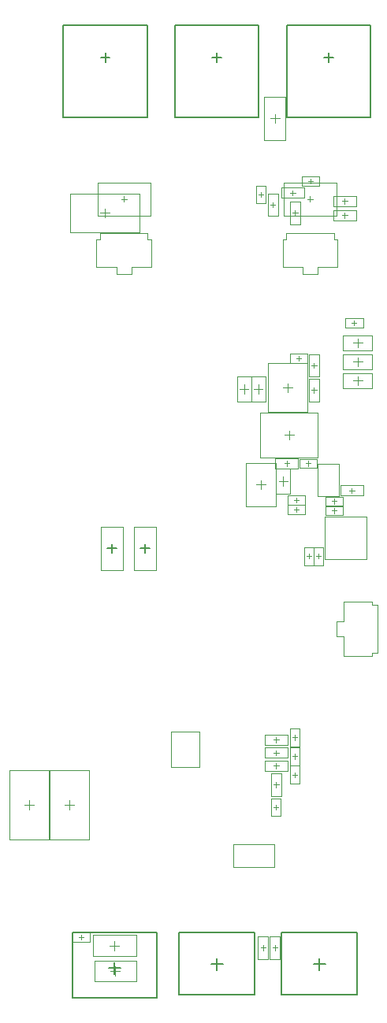
<source format=gbr>
G04*
G04 #@! TF.GenerationSoftware,Altium Limited,Altium Designer,22.4.2 (48)*
G04*
G04 Layer_Color=32768*
%FSLAX25Y25*%
%MOIN*%
G70*
G04*
G04 #@! TF.SameCoordinates,F1429C7B-AB02-4E32-93F6-432C4BA2DB55*
G04*
G04*
G04 #@! TF.FilePolarity,Positive*
G04*
G01*
G75*
%ADD10C,0.00787*%
%ADD160C,0.00394*%
%ADD165C,0.00197*%
D10*
X67532Y186000D02*
X71469D01*
X69500Y184031D02*
Y187969D01*
X140807Y10067D02*
X145807D01*
X143307Y7567D02*
Y12567D01*
X159244Y-2933D02*
Y23567D01*
X127307Y-2933D02*
X159244D01*
X127370D02*
Y23567D01*
X127307D02*
X159244D01*
X82284Y368504D02*
Y407480D01*
X117717D01*
Y368504D02*
Y407480D01*
X82284Y368504D02*
X117717D01*
X98032Y393701D02*
X101969D01*
X100000Y391732D02*
Y395669D01*
X56693Y5965D02*
Y10965D01*
X54193Y8465D02*
X59193D01*
X38976Y-4134D02*
Y23425D01*
X74410D01*
Y-4134D02*
Y23425D01*
X38976Y-4134D02*
X74410D01*
X53531Y186000D02*
X57468D01*
X55500Y184031D02*
Y187969D01*
X35039Y368504D02*
Y407480D01*
X70473D01*
Y368504D02*
Y407480D01*
X35039Y368504D02*
X70473D01*
X50787Y393701D02*
X54724D01*
X52756Y391732D02*
Y395669D01*
X129527Y368504D02*
Y407480D01*
X164961D01*
Y368504D02*
Y407480D01*
X129527Y368504D02*
X164961D01*
X145276Y393701D02*
X149213D01*
X147244Y391732D02*
Y395669D01*
X97500Y10067D02*
X102500D01*
X100000Y7567D02*
Y12567D01*
X115937Y-2933D02*
Y23567D01*
X84000Y-2933D02*
X115937D01*
X84063D02*
Y23567D01*
X84000D02*
X115937D01*
D160*
X126130Y214500D02*
X129870D01*
X128000Y212630D02*
Y216370D01*
X128532Y234000D02*
X132468D01*
X130500Y232031D02*
Y235968D01*
X128032Y254000D02*
X131968D01*
X130000Y252031D02*
Y255968D01*
X55032Y7283D02*
X58969D01*
X57000Y5315D02*
Y9252D01*
X35531Y77500D02*
X39469D01*
X37500Y75532D02*
Y79469D01*
X159500Y255031D02*
Y258968D01*
X157531Y257000D02*
X161469D01*
X116532Y213000D02*
X120468D01*
X118500Y211032D02*
Y214968D01*
X54724Y17857D02*
X58661D01*
X56693Y15889D02*
Y19826D01*
X117500Y251630D02*
Y255370D01*
X115630Y253500D02*
X119370D01*
X156976Y281500D02*
X159024D01*
X158000Y280476D02*
Y282524D01*
X139370Y332677D02*
Y335039D01*
X138189Y333858D02*
X140551D01*
X124500Y366032D02*
Y369969D01*
X122531Y368000D02*
X126469D01*
X138476Y341500D02*
X140524D01*
X139500Y340476D02*
Y342524D01*
X41476Y21500D02*
X43524D01*
X42500Y20476D02*
Y22524D01*
X123976Y76500D02*
X126024D01*
X125000Y75476D02*
Y77524D01*
X131976Y98000D02*
X134024D01*
X133000Y96976D02*
Y99024D01*
X131976Y106000D02*
X134024D01*
X133000Y104976D02*
Y107024D01*
X131976Y90268D02*
X134024D01*
X133000Y89244D02*
Y91291D01*
X117480Y335827D02*
X119528D01*
X118504Y334803D02*
Y336850D01*
X141976Y182732D02*
X144024D01*
X143000Y181709D02*
Y183756D01*
X137976Y182732D02*
X140024D01*
X139000Y181709D02*
Y183756D01*
X148476Y202000D02*
X150524D01*
X149500Y200976D02*
Y203024D01*
Y204976D02*
Y207024D01*
X148476Y206000D02*
X150524D01*
X111500Y251630D02*
Y255370D01*
X109630Y253500D02*
X113370D01*
X134500Y265476D02*
Y267524D01*
X133476Y266500D02*
X135524D01*
X50532Y328000D02*
X54469D01*
X52500Y326031D02*
Y329969D01*
X20500Y75532D02*
Y79469D01*
X18531Y77500D02*
X22468D01*
X130835Y332823D02*
X135165D01*
X130835Y323177D02*
X135165D01*
X130835D02*
Y332823D01*
X135165Y323177D02*
Y332823D01*
X133000Y326917D02*
Y329083D01*
X131917Y328000D02*
X134083D01*
X132000Y335417D02*
Y337583D01*
X130917Y336500D02*
X133083D01*
X127177Y338665D02*
X136823D01*
X127177Y334335D02*
X136823D01*
Y338665D01*
X127177Y334335D02*
Y338665D01*
X158823Y330835D02*
Y335165D01*
X149177Y330835D02*
Y335165D01*
X158823D01*
X149177Y330835D02*
X158823D01*
X152917Y333000D02*
X155083D01*
X154000Y331917D02*
Y334083D01*
Y325917D02*
Y328083D01*
X152917Y327000D02*
X155083D01*
X149177Y324835D02*
X158823D01*
X149177Y329165D02*
X158823D01*
X149177Y324835D02*
Y329165D01*
X158823Y324835D02*
Y329165D01*
X123917Y86000D02*
X126083D01*
X125000Y84917D02*
Y87083D01*
X127165Y81177D02*
Y90823D01*
X122835Y81177D02*
Y90823D01*
Y81177D02*
X127165D01*
X122835Y90823D02*
X127165D01*
X120177Y97335D02*
Y101665D01*
X129823Y97335D02*
Y101665D01*
X120177Y97335D02*
X129823D01*
X120177Y101665D02*
X129823D01*
X123917Y99500D02*
X126083D01*
X125000Y98417D02*
Y100583D01*
X120177Y102835D02*
Y107165D01*
X129823Y102835D02*
Y107165D01*
X120177Y102835D02*
X129823D01*
X120177Y107165D02*
X129823D01*
X123917Y105000D02*
X126083D01*
X125000Y103917D02*
Y106083D01*
X120177Y91835D02*
Y96165D01*
X129823Y91835D02*
Y96165D01*
X120177Y91835D02*
X129823D01*
X120177Y96165D02*
X129823D01*
X123917Y94000D02*
X126083D01*
X125000Y92917D02*
Y95083D01*
X121457Y336319D02*
X125787D01*
X121457Y326673D02*
X125787D01*
X121457D02*
Y336319D01*
X125787Y326673D02*
Y336319D01*
X123622Y330413D02*
Y332579D01*
X122539Y331496D02*
X124705D01*
X117335Y12177D02*
X121665D01*
X117335Y21823D02*
X121665D01*
Y12177D02*
Y21823D01*
X117335Y12177D02*
Y21823D01*
X119500Y15917D02*
Y18083D01*
X118417Y17000D02*
X120583D01*
X122335Y12177D02*
X126665D01*
X122335Y21823D02*
X126665D01*
Y12177D02*
Y21823D01*
X122335Y12177D02*
Y21823D01*
X124500Y15917D02*
Y18083D01*
X123417Y17000D02*
X125583D01*
X138835Y257823D02*
X143165D01*
X138835Y248177D02*
X143165D01*
X138835D02*
Y257823D01*
X143165Y248177D02*
Y257823D01*
X141000Y251917D02*
Y254083D01*
X139917Y253000D02*
X142083D01*
X139917Y263500D02*
X142083D01*
X141000Y262417D02*
Y264583D01*
X143165Y258677D02*
Y268323D01*
X138835Y258677D02*
Y268323D01*
Y258677D02*
X143165D01*
X138835Y268323D02*
X143165D01*
X134323Y219835D02*
Y224165D01*
X124677Y219835D02*
Y224165D01*
X134323D01*
X124677Y219835D02*
X134323D01*
X128417Y222000D02*
X130583D01*
X129500Y220917D02*
Y223083D01*
X60630Y332677D02*
Y335039D01*
X59449Y333858D02*
X61811D01*
X138500Y220976D02*
Y223024D01*
X137476Y222000D02*
X139524D01*
X133500Y205476D02*
Y207524D01*
X132476Y206500D02*
X134524D01*
X133500Y201476D02*
Y203524D01*
X132476Y202500D02*
X134524D01*
X161823Y208335D02*
Y212665D01*
X152177Y208335D02*
Y212665D01*
X161823D01*
X152177Y208335D02*
X161823D01*
X155917Y210500D02*
X158083D01*
X157000Y209417D02*
Y211583D01*
X159500Y263032D02*
Y266968D01*
X157531Y265000D02*
X161469D01*
X159500Y271031D02*
Y274969D01*
X157531Y273000D02*
X161469D01*
D165*
X125047Y209185D02*
Y219815D01*
X130953Y209185D02*
Y219815D01*
X125047D02*
X130953D01*
X125047Y209185D02*
X130953D01*
X142606Y224551D02*
Y243449D01*
X118394Y224551D02*
Y243449D01*
X142606D01*
X118394Y224551D02*
X142606D01*
X138366Y243665D02*
Y264335D01*
X121634Y243665D02*
Y264335D01*
X138366D01*
X121634Y243665D02*
X138366D01*
X153595Y140386D02*
Y148850D01*
X150642D02*
X153595D01*
X150642D02*
Y155150D01*
X153595D01*
Y163614D01*
X165405D01*
Y162039D02*
Y163614D01*
Y162039D02*
X167965D01*
Y141961D02*
Y162039D01*
X165405Y141961D02*
X167965D01*
X165405Y140386D02*
Y141961D01*
X153595Y140386D02*
X165405D01*
X124221Y51079D02*
Y60921D01*
X106780Y51079D02*
Y60921D01*
X124221D01*
X106780Y51079D02*
X124221D01*
X64776Y176945D02*
X74224D01*
X64776Y195055D02*
X74224D01*
Y176945D02*
Y195055D01*
X64776Y176945D02*
Y195055D01*
X48142Y2953D02*
Y11614D01*
X65858Y2953D02*
Y11614D01*
X48142Y2953D02*
X65858D01*
X48142Y11614D02*
X65858D01*
X92465Y93461D02*
Y108539D01*
X80535Y93461D02*
Y108539D01*
Y93461D02*
X92465D01*
X80535Y108539D02*
X92465D01*
X145642Y181642D02*
X163358D01*
X145642D02*
Y199358D01*
X163358D01*
Y181642D02*
Y199358D01*
X45768Y62933D02*
Y92067D01*
X29232D02*
X45768D01*
X29232Y62933D02*
X45768D01*
X29232D02*
Y92067D01*
X153398Y260248D02*
X165602D01*
X153398Y253752D02*
X165602D01*
Y260248D01*
X153398Y253752D02*
Y260248D01*
X112201Y203945D02*
Y222055D01*
X124799Y203945D02*
Y222055D01*
X112201D02*
X124799D01*
X112201Y203945D02*
X124799D01*
X47441Y13330D02*
Y22385D01*
X65945Y13330D02*
Y22385D01*
X47441Y13330D02*
X65945D01*
X47441Y22385D02*
X65945D01*
X114547Y258815D02*
X120453D01*
X114547Y248185D02*
X120453D01*
X114547D02*
Y258815D01*
X120453Y248185D02*
Y258815D01*
X161740Y279532D02*
Y283469D01*
X154260Y279532D02*
Y283469D01*
X161740D01*
X154260Y279532D02*
X161740D01*
X128248Y326772D02*
X150492D01*
X128248D02*
Y340945D01*
X150492D01*
Y326772D02*
Y340945D01*
X142441Y208276D02*
Y221724D01*
X151559Y208276D02*
Y221724D01*
X142441Y208276D02*
X151559D01*
X142441Y221724D02*
X151559D01*
X119972Y358748D02*
X129028D01*
X119972Y377252D02*
X129028D01*
Y358748D02*
Y377252D01*
X119972Y358748D02*
Y377252D01*
X143240Y339531D02*
Y343468D01*
X135760Y339531D02*
Y343468D01*
X143240D01*
X135760Y339531D02*
X143240D01*
X46240Y19532D02*
Y23469D01*
X38760Y19532D02*
Y23469D01*
X46240D01*
X38760Y19532D02*
X46240D01*
X123031Y72760D02*
Y80240D01*
X126969Y72760D02*
Y80240D01*
X123031D02*
X126969D01*
X123031Y72760D02*
X126969D01*
X131032Y94260D02*
Y101740D01*
X134968Y94260D02*
Y101740D01*
X131032D02*
X134968D01*
X131032Y94260D02*
X134968D01*
X134968Y102260D02*
Y109740D01*
X131032Y102260D02*
Y109740D01*
Y102260D02*
X134968D01*
X131032Y109740D02*
X134968D01*
X131032Y86528D02*
Y94008D01*
X134968Y86528D02*
Y94008D01*
X131032D02*
X134968D01*
X131032Y86528D02*
X134968D01*
X120473Y332087D02*
Y339567D01*
X116535Y332087D02*
Y339567D01*
Y332087D02*
X120473D01*
X116535Y339567D02*
X120473D01*
X144968Y178992D02*
Y186472D01*
X141032Y178992D02*
Y186472D01*
Y178992D02*
X144968D01*
X141032Y186472D02*
X144968D01*
X137031Y178992D02*
Y186472D01*
X140969Y178992D02*
Y186472D01*
X137031D02*
X140969D01*
X137031Y178992D02*
X140969D01*
X153240Y200031D02*
Y203969D01*
X145760Y200031D02*
Y203969D01*
X153240D01*
X145760Y200031D02*
X153240D01*
X145760Y204031D02*
X153240D01*
X145760Y207968D02*
X153240D01*
X145760Y204031D02*
Y207968D01*
X153240Y204031D02*
Y207968D01*
X108547Y258815D02*
X114453D01*
X108547Y248185D02*
X114453D01*
X108547D02*
Y258815D01*
X114453Y248185D02*
Y258815D01*
X130760Y264531D02*
X138240D01*
X130760Y268468D02*
X138240D01*
X130760Y264531D02*
Y268468D01*
X138240Y264531D02*
Y268468D01*
X37933Y319732D02*
Y336268D01*
X67067Y319732D02*
Y336268D01*
X37933Y319732D02*
X67067D01*
X37933Y336268D02*
X67067D01*
X12232Y62933D02*
X28768D01*
X12232Y92067D02*
X28768D01*
Y62933D02*
Y92067D01*
X12232Y62933D02*
Y92067D01*
X50776Y176945D02*
X60224D01*
X50776Y195055D02*
X60224D01*
Y176945D02*
Y195055D01*
X50776Y176945D02*
Y195055D01*
X142520Y305095D02*
X150984D01*
X142520Y302142D02*
Y305095D01*
X136221Y302142D02*
X142520D01*
X136221D02*
Y305095D01*
X127756D02*
X136221D01*
X127756D02*
Y316905D01*
X129331D01*
Y319465D01*
X149409D01*
Y316905D02*
Y319465D01*
Y316905D02*
X150984D01*
Y305095D02*
Y316905D01*
X49508Y326772D02*
X71752D01*
X49508D02*
Y340945D01*
X71752D01*
Y326772D02*
Y340945D01*
X63779Y305095D02*
X72244D01*
X63779Y302142D02*
Y305095D01*
X57480Y302142D02*
X63779D01*
X57480D02*
Y305095D01*
X49016D02*
X57480D01*
X49016D02*
Y316905D01*
X50591D01*
Y319465D01*
X70669D01*
Y316905D02*
Y319465D01*
Y316905D02*
X72244D01*
Y305095D02*
Y316905D01*
X134760Y223969D02*
X142240D01*
X134760Y220031D02*
X142240D01*
Y223969D01*
X134760Y220031D02*
Y223969D01*
X129760Y208469D02*
X137240D01*
X129760Y204532D02*
X137240D01*
Y208469D01*
X129760Y204532D02*
Y208469D01*
X129760Y200532D02*
X137240D01*
X129760Y204468D02*
X137240D01*
X129760Y200532D02*
Y204468D01*
X137240Y200532D02*
Y204468D01*
X153398Y268248D02*
X165602D01*
X153398Y261752D02*
X165602D01*
Y268248D01*
X153398Y261752D02*
Y268248D01*
Y276248D02*
X165602D01*
X153398Y269752D02*
X165602D01*
Y276248D01*
X153398Y269752D02*
Y276248D01*
M02*

</source>
